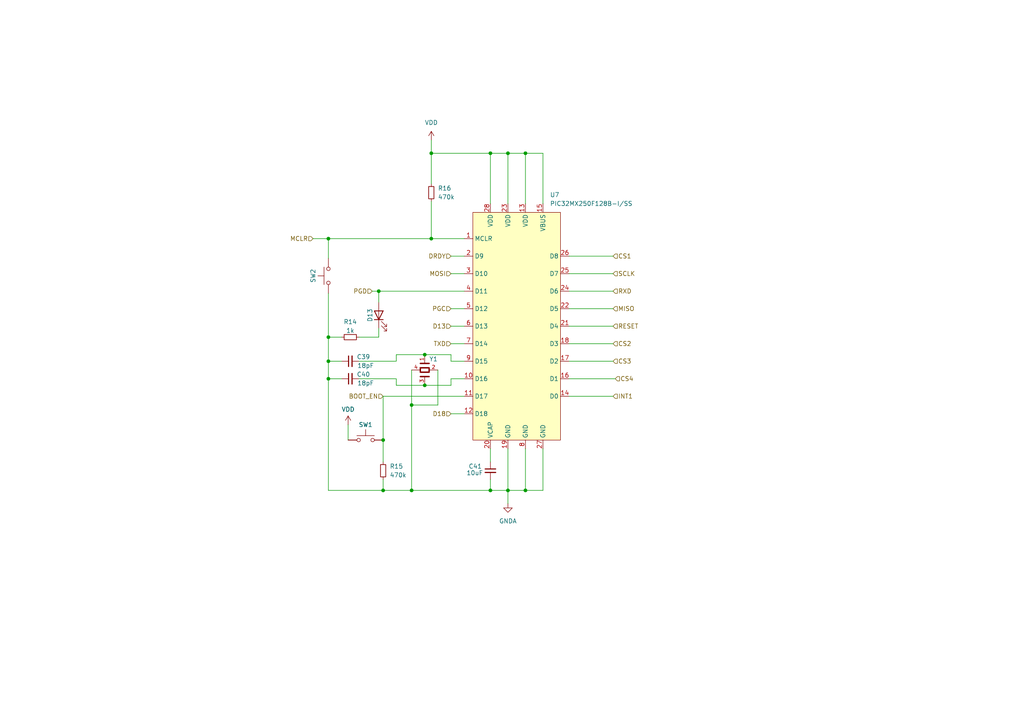
<source format=kicad_sch>
(kicad_sch (version 20230121) (generator eeschema)
  (paper "A4")
  (lib_symbols
    (symbol "Brain-4ce_MCU_Microchip_PIC32:PIC32MX250F128B-I{slash}SS"
      (property "Reference" "U" (at 22.86 2.54 0))
      (property "Value" "PIC32MX250F128B-I{slash}SS" (at 22.86 6.35 0))
      (symbol "PIC32MX250F128B-I{slash}SS_0_1"
        (rectangle (start -12.7 0) (end 12.7 -66.04) (fill (type background)))
      )
      (symbol "PIC32MX250F128B-I{slash}SS_1_1"
        (pin input line (at -15.24 -7.62 0) (length 2.54) (name "MCLR") (number "1"))
        (pin input line (at -15.24 -48.26 0) (length 2.54) (name "D16") (number "10"))
        (pin input line (at -15.24 -53.34 0) (length 2.54) (name "D17") (number "11"))
        (pin input line (at -15.24 -58.42 0) (length 2.54) (name "D18") (number "12"))
        (pin input line (at 2.54 2.54 270) (length 2.54) (name "VDD") (number "13"))
        (pin input line (at 15.24 -53.34 180) (length 2.54) (name "D0") (number "14"))
        (pin input line (at 7.62 2.54 270) (length 2.54) (name "VBUS") (number "15"))
        (pin input line (at 15.24 -48.26 180) (length 2.54) (name "D1") (number "16"))
        (pin input line (at 15.24 -43.18 180) (length 2.54) (name "D2") (number "17"))
        (pin input line (at 15.24 -38.1 180) (length 2.54) (name "D3") (number "18"))
        (pin input line (at -2.54 -68.58 90) (length 2.54) (name "GND") (number "19"))
        (pin input line (at -15.24 -12.7 0) (length 2.54) (name "D9") (number "2"))
        (pin input line (at -7.62 -68.58 90) (length 2.54) (name "VCAP") (number "20"))
        (pin input line (at 15.24 -33.02 180) (length 2.54) (name "D4") (number "21"))
        (pin input line (at 15.24 -27.94 180) (length 2.54) (name "D5") (number "22"))
        (pin input line (at -2.54 2.54 270) (length 2.54) (name "VDD") (number "23"))
        (pin input line (at 15.24 -22.86 180) (length 2.54) (name "D6") (number "24"))
        (pin input line (at 15.24 -17.78 180) (length 2.54) (name "D7") (number "25"))
        (pin input line (at 15.24 -12.7 180) (length 2.54) (name "D8") (number "26"))
        (pin input line (at 7.62 -68.58 90) (length 2.54) (name "GND") (number "27"))
        (pin input line (at -7.62 2.54 270) (length 2.54) (name "VDD") (number "28"))
        (pin input line (at -15.24 -17.78 0) (length 2.54) (name "D10") (number "3"))
        (pin input line (at -15.24 -22.86 0) (length 2.54) (name "D11") (number "4"))
        (pin input line (at -15.24 -27.94 0) (length 2.54) (name "D12") (number "5"))
        (pin input line (at -15.24 -33.02 0) (length 2.54) (name "D13") (number "6"))
        (pin input line (at -15.24 -38.1 0) (length 2.54) (name "D14") (number "7"))
        (pin input line (at 2.54 -68.58 90) (length 2.54) (name "GND") (number "8"))
        (pin input line (at -15.24 -43.18 0) (length 2.54) (name "D15") (number "9"))
      )
    )
    (symbol "Brain-4ce_Oscillator:ABMM2-8.000MHZ-E2-T" (pin_names (offset 1.016))
      (property "Reference" "Y" (at -5.08 6.35 0))
      (symbol "ABMM2-8.000MHZ-E2-T_0_0"
        (polyline (pts (xy -2.54 1.27) (xy -2.54 -1.27)) (stroke (width 0.4064)))
        (polyline (pts (xy 1.27 1.27) (xy 1.27 -1.27)) (stroke (width 0.4064)))
        (pin passive line (at -5.08 0 0) (length 2.54) (name "~") (number "1"))
        (pin power_in line (at -0.635 3.81 270) (length 2.54) (name "") (number "2"))
        (pin passive line (at 3.81 0 180) (length 2.54) (name "~") (number "3"))
        (pin power_in line (at -0.635 -3.81 90) (length 2.54) (name "") (number "4"))
      )
      (symbol "ABMM2-8.000MHZ-E2-T_1_1"
        (rectangle (start -1.27 1.27) (end 0 -1.27) (stroke (width 0.4064)))
      )
    )
    (symbol "Device:C_Small" (pin_numbers hide) (pin_names (offset 0.254) hide)
      (property "Reference" "C" (at 0.254 1.778 0))
      (property "Value" "C_Small" (at 0.254 -2.032 0))
      (symbol "C_Small_0_1"
        (polyline (pts (xy -1.524 -0.508) (xy 1.524 -0.508)) (stroke (width 0.3302)))
        (polyline (pts (xy -1.524 0.508) (xy 1.524 0.508)) (stroke (width 0.3048)))
      )
      (symbol "C_Small_1_1"
        (pin passive line (at 0 2.54 270) (length 2.032) (name "~") (number "1"))
        (pin passive line (at 0 -2.54 90) (length 2.032) (name "~") (number "2"))
      )
    )
    (symbol "Device:LED" (pin_numbers hide) (pin_names (offset 1.016) hide)
      (property "Reference" "D" (at 0 2.54 0))
      (property "Value" "LED" (at 0 -2.54 0))
      (symbol "LED_0_1"
        (polyline (pts (xy -1.27 -1.27) (xy -1.27 1.27)) (stroke (width 0.254)))
        (polyline (pts (xy -1.27 0) (xy 1.27 0)))
        (polyline (pts (xy 1.27 -1.27) (xy 1.27 1.27) (xy -1.27 0) (xy 1.27 -1.27)) (stroke (width 0.254)))
        (polyline (pts (xy -3.048 -0.762) (xy -4.572 -2.286) (xy -3.81 -2.286) (xy -4.572 -2.286) (xy -4.572 -1.524)))
        (polyline (pts (xy -1.778 -0.762) (xy -3.302 -2.286) (xy -2.54 -2.286) (xy -3.302 -2.286) (xy -3.302 -1.524)))
      )
      (symbol "LED_1_1"
        (pin passive line (at -3.81 0 0) (length 2.54) (name "K") (number "1"))
        (pin passive line (at 3.81 0 180) (length 2.54) (name "A") (number "2"))
      )
    )
    (symbol "Device:R_Small" (pin_numbers hide) (pin_names (offset 0.254) hide)
      (property "Reference" "R" (at 0.762 0.508 0))
      (property "Value" "R_Small" (at 0.762 -1.016 0))
      (symbol "R_Small_0_1"
        (rectangle (start -0.762 1.778) (end 0.762 -1.778) (stroke (width 0.2032)))
      )
      (symbol "R_Small_1_1"
        (pin passive line (at 0 2.54 270) (length 0.762) (name "~") (number "1"))
        (pin passive line (at 0 -2.54 90) (length 0.762) (name "~") (number "2"))
      )
    )
    (symbol "Switch:SW_Push" (pin_numbers hide) (pin_names (offset 1.016) hide)
      (property "Reference" "SW" (at 1.27 2.54 0))
      (property "Value" "SW_Push" (at 0 -1.524 0))
      (symbol "SW_Push_0_1"
        (circle (center -2.032 0) (radius 0.508))
        (polyline (pts (xy 0 1.27) (xy 0 3.048)))
        (polyline (pts (xy 2.54 1.27) (xy -2.54 1.27)))
        (circle (center 2.032 0) (radius 0.508))
        (pin passive line (at -5.08 0 0) (length 2.54) (name "1") (number "1"))
        (pin passive line (at 5.08 0 180) (length 2.54) (name "2") (number "2"))
      )
    )
    (symbol "power:GNDA" (power) (pin_names (offset 0))
      (property "Value" "GNDA" (at 0 -3.81 0))
      (symbol "GNDA_0_1"
        (polyline (pts (xy 0 0) (xy 0 -1.27) (xy 1.27 -1.27) (xy 0 -2.54) (xy -1.27 -1.27) (xy 0 -1.27)))
      )
      (symbol "GNDA_1_1"
        (pin power_in line (at 0 0 270) (length 0) hide (name "GNDA") (number "1"))
      )
    )
    (symbol "power:VDD" (power) (pin_names (offset 0))
      (property "Value" "VDD" (at 0 3.81 0))
      (symbol "VDD_0_1"
        (polyline (pts (xy -0.762 1.27) (xy 0 2.54)))
        (polyline (pts (xy 0 0) (xy 0 2.54)))
        (polyline (pts (xy 0 2.54) (xy 0.762 1.27)))
      )
      (symbol "VDD_1_1"
        (pin power_in line (at 0 0 90) (length 0) hide (name "VDD") (number "1"))
      )
    )
  )
  (junction (at 111.125 127.635))
  (junction (at 109.855 84.455))
  (junction (at 152.4 142.24))
  (junction (at 95.25 109.855))
  (junction (at 95.25 97.79))
  (junction (at 152.4 44.45))
  (junction (at 123.19 102.87))
  (junction (at 142.24 44.45))
  (junction (at 147.32 142.24))
  (junction (at 147.32 44.45))
  (junction (at 119.38 142.24))
  (junction (at 125.095 44.45))
  (junction (at 123.19 111.76))
  (junction (at 142.24 142.24))
  (junction (at 95.25 69.215))
  (junction (at 119.38 117.475))
  (junction (at 95.25 104.775))
  (junction (at 125.095 69.215))
  (junction (at 111.125 142.24))
  (wire (pts (xy 130.81 109.855) (xy 130.81 111.76)))
  (wire (pts (xy 165.1 99.695) (xy 177.8 99.695)))
  (wire (pts (xy 125.095 44.45) (xy 125.095 53.34)))
  (wire (pts (xy 142.24 139.065) (xy 142.24 142.24)))
  (wire (pts (xy 119.38 107.315) (xy 119.38 117.475)))
  (wire (pts (xy 114.935 102.87) (xy 123.19 102.87)))
  (wire (pts (xy 165.1 94.615) (xy 177.8 94.615)))
  (wire (pts (xy 130.81 109.855) (xy 134.62 109.855)))
  (wire (pts (xy 111.125 139.065) (xy 111.125 142.24)))
  (wire (pts (xy 107.95 84.455) (xy 109.855 84.455)))
  (wire (pts (xy 109.855 84.455) (xy 109.855 87.63)))
  (wire (pts (xy 152.4 44.45) (xy 152.4 59.055)))
  (wire (pts (xy 165.1 104.775) (xy 177.8 104.775)))
  (wire (pts (xy 130.81 120.015) (xy 134.62 120.015)))
  (wire (pts (xy 157.48 142.24) (xy 152.4 142.24)))
  (wire (pts (xy 125.095 58.42) (xy 125.095 69.215)))
  (wire (pts (xy 95.25 104.775) (xy 99.06 104.775)))
  (wire (pts (xy 157.48 59.055) (xy 157.48 44.45)))
  (wire (pts (xy 90.805 69.215) (xy 95.25 69.215)))
  (wire (pts (xy 111.125 127.635) (xy 111.125 133.985)))
  (wire (pts (xy 130.81 74.295) (xy 134.62 74.295)))
  (wire (pts (xy 111.125 142.24) (xy 119.38 142.24)))
  (wire (pts (xy 165.1 109.855) (xy 178.435 109.855)))
  (wire (pts (xy 109.855 97.79) (xy 109.855 95.25)))
  (wire (pts (xy 152.4 44.45) (xy 147.32 44.45)))
  (wire (pts (xy 152.4 130.175) (xy 152.4 142.24)))
  (wire (pts (xy 95.25 69.215) (xy 125.095 69.215)))
  (wire (pts (xy 95.25 85.09) (xy 95.25 97.79)))
  (wire (pts (xy 165.1 74.295) (xy 177.8 74.295)))
  (wire (pts (xy 100.965 123.19) (xy 100.965 127.635)))
  (wire (pts (xy 157.48 130.175) (xy 157.48 142.24)))
  (wire (pts (xy 125.095 40.64) (xy 125.095 44.45)))
  (wire (pts (xy 95.25 97.79) (xy 99.06 97.79)))
  (wire (pts (xy 157.48 44.45) (xy 152.4 44.45)))
  (wire (pts (xy 130.81 102.87) (xy 130.81 104.775)))
  (wire (pts (xy 119.38 117.475) (xy 119.38 142.24)))
  (wire (pts (xy 147.32 142.24) (xy 147.32 146.05)))
  (wire (pts (xy 130.81 94.615) (xy 134.62 94.615)))
  (wire (pts (xy 165.1 114.935) (xy 177.8 114.935)))
  (wire (pts (xy 142.24 44.45) (xy 142.24 59.055)))
  (wire (pts (xy 127 117.475) (xy 127 107.315)))
  (wire (pts (xy 130.81 89.535) (xy 134.62 89.535)))
  (wire (pts (xy 123.19 102.87) (xy 130.81 102.87)))
  (wire (pts (xy 114.935 111.76) (xy 123.19 111.76)))
  (wire (pts (xy 134.62 114.935) (xy 111.125 114.935)))
  (wire (pts (xy 147.32 44.45) (xy 147.32 59.055)))
  (wire (pts (xy 111.125 142.24) (xy 95.25 142.24)))
  (wire (pts (xy 119.38 142.24) (xy 142.24 142.24)))
  (wire (pts (xy 104.14 109.855) (xy 114.935 109.855)))
  (wire (pts (xy 152.4 142.24) (xy 147.32 142.24)))
  (wire (pts (xy 114.935 111.76) (xy 114.935 109.855)))
  (wire (pts (xy 104.14 97.79) (xy 109.855 97.79)))
  (wire (pts (xy 130.81 104.775) (xy 134.62 104.775)))
  (wire (pts (xy 147.32 130.175) (xy 147.32 142.24)))
  (wire (pts (xy 134.62 69.215) (xy 125.095 69.215)))
  (wire (pts (xy 165.1 79.375) (xy 177.8 79.375)))
  (wire (pts (xy 142.24 142.24) (xy 147.32 142.24)))
  (wire (pts (xy 119.38 117.475) (xy 127 117.475)))
  (wire (pts (xy 114.935 102.87) (xy 114.935 104.775)))
  (wire (pts (xy 130.81 111.76) (xy 123.19 111.76)))
  (wire (pts (xy 165.1 84.455) (xy 177.8 84.455)))
  (wire (pts (xy 111.125 114.935) (xy 111.125 127.635)))
  (wire (pts (xy 95.25 74.93) (xy 95.25 69.215)))
  (wire (pts (xy 95.25 109.855) (xy 95.25 104.775)))
  (wire (pts (xy 95.25 104.775) (xy 95.25 97.79)))
  (wire (pts (xy 130.81 99.695) (xy 134.62 99.695)))
  (wire (pts (xy 104.14 104.775) (xy 114.935 104.775)))
  (wire (pts (xy 142.24 130.175) (xy 142.24 133.985)))
  (wire (pts (xy 142.24 44.45) (xy 125.095 44.45)))
  (wire (pts (xy 95.25 142.24) (xy 95.25 109.855)))
  (wire (pts (xy 99.06 109.855) (xy 95.25 109.855)))
  (wire (pts (xy 130.81 79.375) (xy 134.62 79.375)))
  (wire (pts (xy 109.855 84.455) (xy 134.62 84.455)))
  (wire (pts (xy 165.1 89.535) (xy 177.8 89.535)))
  (wire (pts (xy 147.32 44.45) (xy 142.24 44.45)))
  (hierarchical_label "CS1" (shape input) (at 177.8 74.295 0))
  (hierarchical_label "SCLK" (shape input) (at 177.8 79.375 0))
  (hierarchical_label "MOSI" (shape input) (at 130.81 79.375 180))
  (hierarchical_label "BOOT_EN" (shape input) (at 111.125 114.935 180))
  (hierarchical_label "RXD" (shape input) (at 177.8 84.455 0))
  (hierarchical_label "PGC" (shape input) (at 130.81 89.535 180))
  (hierarchical_label "CS3" (shape input) (at 177.8 104.775 0))
  (hierarchical_label "D18" (shape input) (at 130.81 120.015 180))
  (hierarchical_label "RESET" (shape input) (at 177.8 94.615 0))
  (hierarchical_label "MISO" (shape input) (at 177.8 89.535 0))
  (hierarchical_label "DRDY" (shape input) (at 130.81 74.295 180))
  (hierarchical_label "INT1" (shape input) (at 177.8 114.935 0))
  (hierarchical_label "MCLR" (shape input) (at 90.805 69.215 180))
  (hierarchical_label "D13" (shape input) (at 130.81 94.615 180))
  (hierarchical_label "TXD" (shape input) (at 130.81 99.695 180))
  (hierarchical_label "CS4" (shape input) (at 178.435 109.855 0))
  (hierarchical_label "CS2" (shape input) (at 177.8 99.695 0))
  (hierarchical_label "PGD" (shape input) (at 107.95 84.455 180))
  (symbol (lib_id "power:GNDA") (at 147.32 146.05 0) (unit 1)
    (property "Reference" "#PWR0129" (effects hide))
    (property "Value" "GNDA" (at 147.32 151.13 0))
  )
  (symbol (lib_id "Switch:SW_Push") (at 95.25 80.01 90) (unit 1)
    (property "Reference" "SW2" (at 90.805 80.01 0))
    (property "Value" "SW_Push" (effects hide))
    (property "Footprint" "Button_Switch_SMD:SW_SPST_PTS810" (effects hide))
  )
  (symbol (lib_id "Brain-4ce_MCU_Microchip_PIC32:PIC32MX250F128B-I{slash}SS") (at 149.86 61.595 0) (unit 1)
    (property "Reference" "U7" (at 159.4994 56.515 0) (effects (justify left)))
    (property "Value" "PIC32MX250F128B-I/SS" (at 159.4994 59.055 0) (effects (justify left)))
    (property "Footprint" "Package_SO:SSOP-28_5.3x10.2mm_P0.65mm" (effects hide))
    (property "Datasheet" "https://ww1.microchip.com/downloads/aemDocuments/documents/MCU32/ProductDocuments/DataSheets/PIC32MX1XX2XX283644-PIN_Datasheet_DS60001168L.pdf" (effects hide))
  )
  (symbol (lib_id "Device:LED") (at 109.855 91.44 90) (unit 1)
    (property "Reference" "D13" (at 107.315 91.44 0))
    (property "Value" "LED" (effects hide))
    (property "Footprint" "LED_SMD:LED_0603_1608Metric" (effects hide))
  )
  (symbol (lib_id "power:VDD") (at 100.965 123.19 0) (unit 1)
    (property "Reference" "#PWR0130" (effects hide))
    (property "Value" "VDD" (at 100.965 118.745 0))
  )
  (symbol (lib_id "Device:C_Small") (at 101.6 104.775 90) (unit 1)
    (property "Reference" "C39" (at 105.41 103.505 90))
    (property "Value" "18pF" (at 106.045 106.045 90))
    (property "Footprint" "Capacitor_SMD:C_0402_1005Metric" (effects hide))
  )
  (symbol (lib_id "power:VDD") (at 125.095 40.64 0) (unit 1)
    (property "Reference" "#PWR0131" (effects hide))
    (property "Value" "VDD" (at 125.095 35.56 0))
  )
  (symbol (lib_id "Switch:SW_Push") (at 106.045 127.635 0) (unit 1)
    (property "Reference" "SW1" (at 106.045 123.19 0))
    (property "Value" "SW_Push" (effects hide))
    (property "Footprint" "Button_Switch_SMD:SW_SPST_PTS810" (effects hide))
  )
  (symbol (lib_id "Device:R_Small") (at 111.125 136.525 0) (unit 1)
    (property "Reference" "R15" (at 113.03 135.2549 0) (effects (justify left)))
    (property "Value" "470k" (at 113.03 137.7949 0) (effects (justify left)))
    (property "Footprint" "Resistor_SMD:R_0402_1005Metric" (effects hide))
  )
  (symbol (lib_id "Device:R_Small") (at 125.095 55.88 0) (unit 1)
    (property "Reference" "R16" (at 127 54.6099 0) (effects (justify left)))
    (property "Value" "470k" (at 127 57.1499 0) (effects (justify left)))
    (property "Footprint" "Resistor_SMD:R_0402_1005Metric" (effects hide))
  )
  (symbol (lib_id "Brain-4ce_Oscillator:ABMM2-8.000MHZ-E2-T") (at 123.19 107.95 270) (unit 1)
    (property "Reference" "Y1" (at 125.73 104.14 90))
    (property "Value" "ABMM2-8.000MHZ-E2-T" (effects hide))
    (property "Footprint" "ABMM:XTAL_ABMM2-8.000MHZ-E2-T" (effects hide))
    (property "STANDARD" "Manufacturer Recommendations" (effects hide))
    (property "PARTREV" "01.18.13" (effects hide))
    (property "MANUFACTURER" "Abracon" (effects hide))
    (property "MAXIMUM_PACKAGE_HEIGHT" "1.2 mm" (effects hide))
  )
  (symbol (lib_id "Device:C_Small") (at 101.6 109.855 90) (unit 1)
    (property "Reference" "C40" (at 105.41 108.585 90))
    (property "Value" "18pF" (at 106.045 111.125 90))
    (property "Footprint" "Capacitor_SMD:C_0402_1005Metric" (effects hide))
  )
  (symbol (lib_id "Device:R_Small") (at 101.6 97.79 90) (unit 1)
    (property "Reference" "R14" (at 101.6 93.345 90))
    (property "Value" "1k" (at 101.6 95.885 90))
    (property "Footprint" "Resistor_SMD:R_0402_1005Metric" (effects hide))
  )
  (symbol (lib_id "Device:C_Small") (at 142.24 136.525 0) (unit 1)
    (property "Reference" "C41" (at 135.89 135.255 0) (effects (justify left)))
    (property "Value" "10uF" (at 135.255 137.16 0) (effects (justify left)))
    (property "Footprint" "Capacitor_SMD:C_0603_1608Metric" (effects hide))
  )
)
</source>
